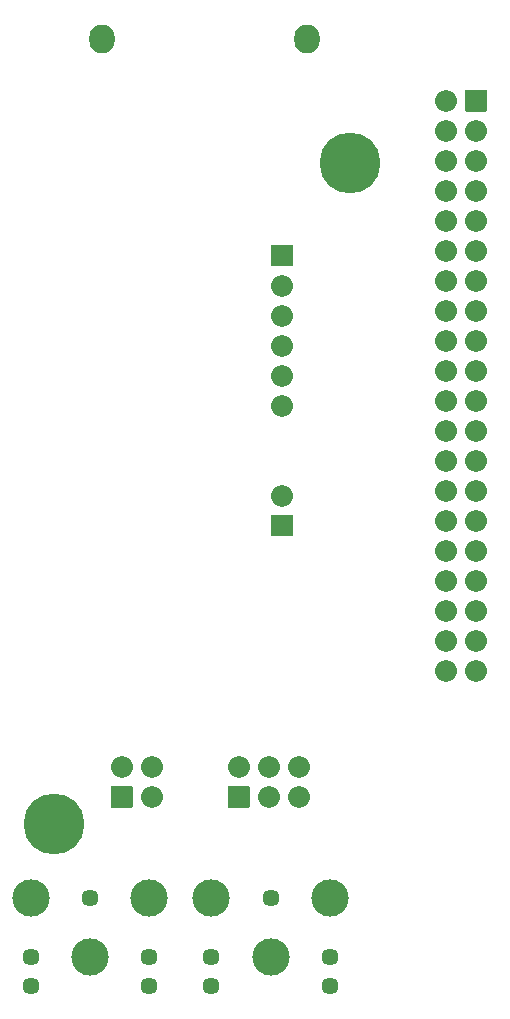
<source format=gbs>
G04 #@! TF.GenerationSoftware,KiCad,Pcbnew,(5.1.7)-1*
G04 #@! TF.CreationDate,2020-10-05T08:42:29-04:00*
G04 #@! TF.ProjectId,raspberry-pi-ir-hat,72617370-6265-4727-9279-2d70692d6972,rev?*
G04 #@! TF.SameCoordinates,Original*
G04 #@! TF.FileFunction,Soldermask,Bot*
G04 #@! TF.FilePolarity,Negative*
%FSLAX46Y46*%
G04 Gerber Fmt 4.6, Leading zero omitted, Abs format (unit mm)*
G04 Created by KiCad (PCBNEW (5.1.7)-1) date 2020-10-05 08:42:29*
%MOMM*%
%LPD*%
G01*
G04 APERTURE LIST*
%ADD10C,5.152400*%
%ADD11O,1.852400X1.852400*%
%ADD12O,2.152400X2.452400*%
%ADD13C,1.452400*%
%ADD14C,3.152400*%
G04 APERTURE END LIST*
D10*
G04 #@! TO.C,REF\u002A\u002A*
X135500000Y-90000000D03*
G04 #@! TD*
G04 #@! TO.C,REF\u002A\u002A*
X110500000Y-146000000D03*
G04 #@! TD*
D11*
G04 #@! TO.C,J7*
X143660000Y-133000000D03*
X146200000Y-133000000D03*
X143660000Y-130460000D03*
X146200000Y-130460000D03*
X143660000Y-127920000D03*
X146200000Y-127920000D03*
X143660000Y-125380000D03*
X146200000Y-125380000D03*
X143660000Y-122840000D03*
X146200000Y-122840000D03*
X143660000Y-120300000D03*
X146200000Y-120300000D03*
X143660000Y-117760000D03*
X146200000Y-117760000D03*
X143660000Y-115220000D03*
X146200000Y-115220000D03*
X143660000Y-112680000D03*
X146200000Y-112680000D03*
X143660000Y-110140000D03*
X146200000Y-110140000D03*
X143660000Y-107600000D03*
X146200000Y-107600000D03*
X143660000Y-105060000D03*
X146200000Y-105060000D03*
X143660000Y-102520000D03*
X146200000Y-102520000D03*
X143660000Y-99980000D03*
X146200000Y-99980000D03*
X143660000Y-97440000D03*
X146200000Y-97440000D03*
X143660000Y-94900000D03*
X146200000Y-94900000D03*
X143660000Y-92360000D03*
X146200000Y-92360000D03*
X143660000Y-89820000D03*
X146200000Y-89820000D03*
X143660000Y-87280000D03*
X146200000Y-87280000D03*
X143660000Y-84740000D03*
G36*
G01*
X145273800Y-85590000D02*
X145273800Y-83890000D01*
G75*
G02*
X145350000Y-83813800I76200J0D01*
G01*
X147050000Y-83813800D01*
G75*
G02*
X147126200Y-83890000I0J-76200D01*
G01*
X147126200Y-85590000D01*
G75*
G02*
X147050000Y-85666200I-76200J0D01*
G01*
X145350000Y-85666200D01*
G75*
G02*
X145273800Y-85590000I0J76200D01*
G01*
G37*
G04 #@! TD*
G04 #@! TO.C,J6*
X129760000Y-118160000D03*
G36*
G01*
X130686200Y-119850000D02*
X130686200Y-121550000D01*
G75*
G02*
X130610000Y-121626200I-76200J0D01*
G01*
X128910000Y-121626200D01*
G75*
G02*
X128833800Y-121550000I0J76200D01*
G01*
X128833800Y-119850000D01*
G75*
G02*
X128910000Y-119773800I76200J0D01*
G01*
X130610000Y-119773800D01*
G75*
G02*
X130686200Y-119850000I0J-76200D01*
G01*
G37*
G04 #@! TD*
D12*
G04 #@! TO.C,REF\u002A\u002A*
X131850000Y-79500000D03*
X114550000Y-79500000D03*
G04 #@! TD*
D13*
G04 #@! TO.C,J3*
X128800000Y-152200000D03*
X133800000Y-159700000D03*
X123800000Y-159700000D03*
X133800000Y-157200000D03*
X123800000Y-157200000D03*
D14*
X128800000Y-157200000D03*
X133800000Y-152200000D03*
X123800000Y-152200000D03*
G04 #@! TD*
D13*
G04 #@! TO.C,J2*
X113500000Y-152200000D03*
X118500000Y-159700000D03*
X108500000Y-159700000D03*
X118500000Y-157200000D03*
X108500000Y-157200000D03*
D14*
X113500000Y-157200000D03*
X118500000Y-152200000D03*
X108500000Y-152200000D03*
G04 #@! TD*
D11*
G04 #@! TO.C,J1*
X129760000Y-110540000D03*
X129760000Y-108000000D03*
X129760000Y-105460000D03*
X129760000Y-102920000D03*
X129760000Y-100380000D03*
G36*
G01*
X128833800Y-98690000D02*
X128833800Y-96990000D01*
G75*
G02*
X128910000Y-96913800I76200J0D01*
G01*
X130610000Y-96913800D01*
G75*
G02*
X130686200Y-96990000I0J-76200D01*
G01*
X130686200Y-98690000D01*
G75*
G02*
X130610000Y-98766200I-76200J0D01*
G01*
X128910000Y-98766200D01*
G75*
G02*
X128833800Y-98690000I0J76200D01*
G01*
G37*
G04 #@! TD*
G04 #@! TO.C,J4*
X131180000Y-141160000D03*
X131180000Y-143700000D03*
X128640000Y-141160000D03*
X128640000Y-143700000D03*
X126100000Y-141160000D03*
G36*
G01*
X126950000Y-144626200D02*
X125250000Y-144626200D01*
G75*
G02*
X125173800Y-144550000I0J76200D01*
G01*
X125173800Y-142850000D01*
G75*
G02*
X125250000Y-142773800I76200J0D01*
G01*
X126950000Y-142773800D01*
G75*
G02*
X127026200Y-142850000I0J-76200D01*
G01*
X127026200Y-144550000D01*
G75*
G02*
X126950000Y-144626200I-76200J0D01*
G01*
G37*
G04 #@! TD*
G04 #@! TO.C,J5*
X118740000Y-141160000D03*
X118740000Y-143700000D03*
X116200000Y-141160000D03*
G36*
G01*
X117050000Y-144626200D02*
X115350000Y-144626200D01*
G75*
G02*
X115273800Y-144550000I0J76200D01*
G01*
X115273800Y-142850000D01*
G75*
G02*
X115350000Y-142773800I76200J0D01*
G01*
X117050000Y-142773800D01*
G75*
G02*
X117126200Y-142850000I0J-76200D01*
G01*
X117126200Y-144550000D01*
G75*
G02*
X117050000Y-144626200I-76200J0D01*
G01*
G37*
G04 #@! TD*
M02*

</source>
